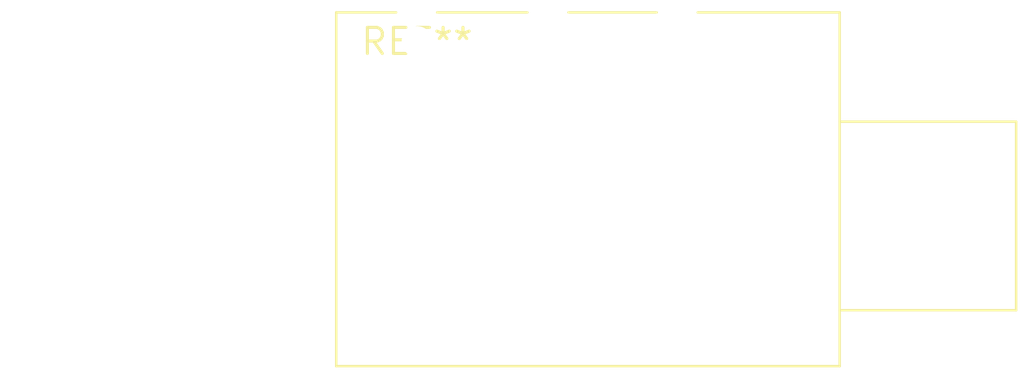
<source format=kicad_pcb>
(kicad_pcb (version 20240108) (generator pcbnew)
  (layers (0 "F.Cu" signal) (31 "B.Cu" signal) (34 "B.Paste" user) (35 "F.Paste" user) (36 "B.SilkS" user "B.Silkscreen") (37 "F.SilkS" user "F.Silkscreen") (38 "B.Mask" user) (39 "F.Mask" user) (44 "Edge.Cuts" user))
  (net 0 "")
  (footprint "Jack_6.35mm_Neutrik_NSJ12HL_Horizontal" (layer "F.Cu") (at 0 0)
    (property "Reference" "REF**")
    (property "Value" "Jack_6.35mm_Neutrik_NSJ12HL_Horizontal")
    (fp_line (start -3.94 -1.42) (end -1.02 -1.42) (layer "F.SilkS") (stroke (width 0.12)))
    (fp_line (start -3.94 15.82) (end -3.94 -1.42) (layer "F.SilkS") (stroke (width 0.12)))
    (fp_line (start -3.94 15.82) (end 20.6 15.82) (layer "F.SilkS") (stroke (width 0.12)))
    (fp_line (start 0.98 -1.42) (end 5.38 -1.42) (layer "F.SilkS") (stroke (width 0.12)))
    (fp_line (start 7.38 -1.42) (end 11.68 -1.42) (layer "F.SilkS") (stroke (width 0.12)))
    (fp_line (start 13.68 -1.42) (end 20.6 -1.42) (layer "F.SilkS") (stroke (width 0.12)))
    (fp_line (start 20.6 -1.42) (end 20.6 15.82) (layer "F.SilkS") (stroke (width 0.12)))
    (fp_line (start 29.2 3.905) (end 20.6 3.905) (layer "F.SilkS") (stroke (width 0.12)))
    (fp_line (start 29.2 13.095) (end 20.6 13.095) (layer "F.SilkS") (stroke (width 0.12)))
    (fp_line (start 29.2 13.095) (end 29.2 3.905) (layer "F.SilkS") (stroke (width 0.12)))
    (pad "G" thru_hole circle (at 18.75 2.54) (size 2.9 2.9) (drill 1.5) (layers *.Cu *.Mask) (remove_unused_layers))
    (pad "R1" thru_hole circle (at 6.35 0) (size 3 3) (drill 1.5) (layers *.Cu *.Mask) (remove_unused_layers))
    (pad "R2" thru_hole circle (at 9.53 1.27) (size 3 3) (drill 1.5) (layers *.Cu *.Mask) (remove_unused_layers))
    (pad "RN1" thru_hole circle (at 6.35 12.7) (size 3 3) (drill 1.5) (layers *.Cu *.Mask) (remove_unused_layers))
    (pad "RN2" thru_hole circle (at 9.53 13.97) (size 3 3) (drill 1.5) (layers *.Cu *.Mask) (remove_unused_layers))
    (pad "S1" thru_hole circle (at 12.7 0) (size 3 3) (drill 1.5) (layers *.Cu *.Mask) (remove_unused_layers))
    (pad "S2" thru_hole circle (at 15.87 1.27) (size 3 3) (drill 1.5) (layers *.Cu *.Mask) (remove_unused_layers))
    (pad "SN1" thru_hole circle (at 12.7 12.7) (size 3 3) (drill 1.5) (layers *.Cu *.Mask) (remove_unused_layers))
    (pad "SN2" thru_hole circle (at 15.87 13.97) (size 3 3) (drill 1.5) (layers *.Cu *.Mask) (remove_unused_layers))
    (pad "T1" thru_hole circle (at 0 0) (size 3 3) (drill 1.5) (layers *.Cu *.Mask) (remove_unused_layers))
    (pad "T2" thru_hole circle (at 3.18 1.27) (size 3 3) (drill 1.5) (layers *.Cu *.Mask) (remove_unused_layers))
    (pad "TN1" thru_hole circle (at 0 12.7) (size 3 3) (drill 1.5) (layers *.Cu *.Mask) (remove_unused_layers))
    (pad "TN2" thru_hole circle (at 3.18 13.97) (size 3 3) (drill 1.5) (layers *.Cu *.Mask) (remove_unused_layers))
  )
)
</source>
